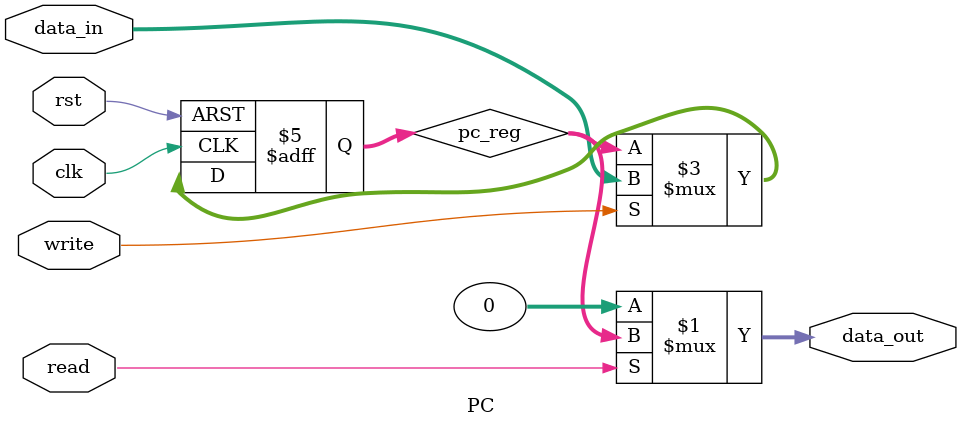
<source format=v>
module PC(
    input clk,//pc应该在时钟下降沿写入
    input rst,
    input read,
    input write,
    input  [31:0] data_in,
    output [31:0] data_out
    );
    parameter IMEM_ADDRESS_OFFSET = 32'h00400000;
    reg [31:0] pc_reg;
    assign data_out = read ? pc_reg : 32'h0;
    //下降沿写入数据
    always @(negedge clk or posedge rst)
    begin
        if (rst) begin
            pc_reg <= IMEM_ADDRESS_OFFSET + 32'h0;
        end
        else if(write) pc_reg <= data_in;
    end
endmodule


</source>
